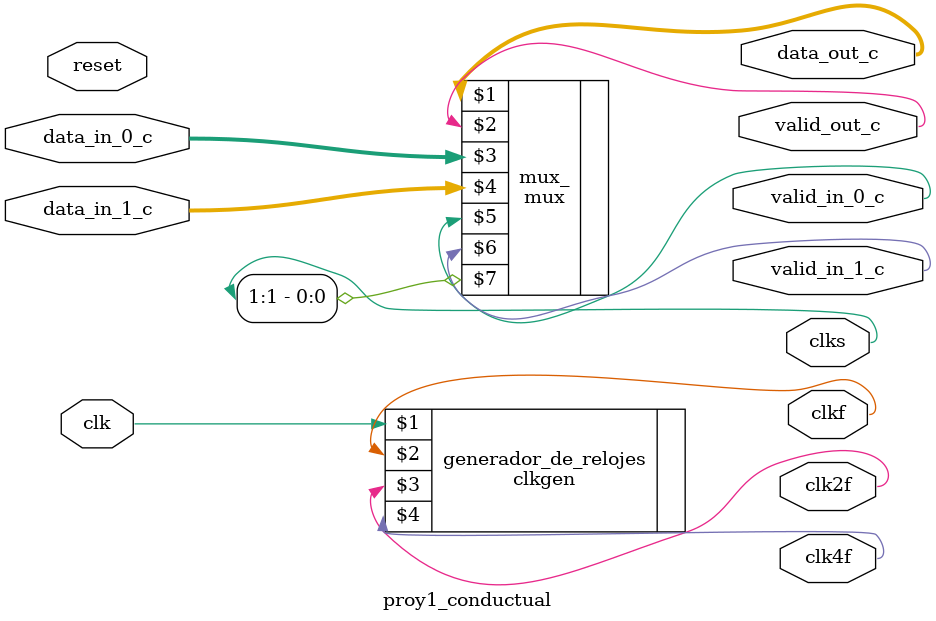
<source format=v>
`include "clkgen.v"
`include "mux.v"

module proy1_conductual (
	output 	[7:0]				data_out_c,
	output 						valid_out_c,
	output 	[2:0]				clks,
	input	[7:0]				data_in_0_c,
	input	[7:0]				data_in_1_c,
	output 						valid_in_0_c,
	output 						valid_in_1_c,
	input 						reset,
	input 						clk,
	output						clkf,
	output 						clk2f,
	output 						clk4f);
	
	clkgen generador_de_relojes(clk, clkf, clk2f, clk4f);

	mux mux_(
		data_out_c, 
		valid_out_c, 
		data_in_0_c, 
		data_in_1_c, 
		valid_in_0_c, 
		valid_in_1_c, 
		clks[1]);

endmodule

</source>
